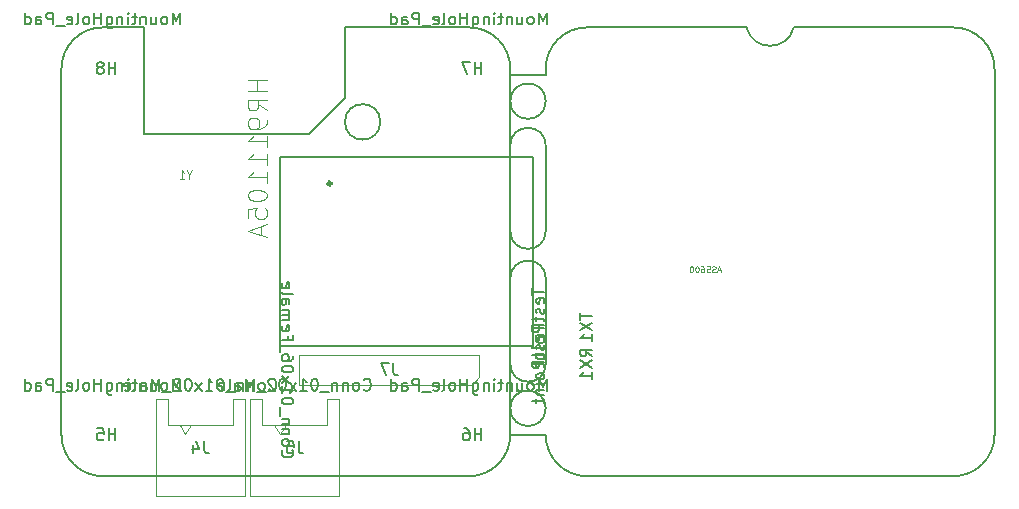
<source format=gbr>
%TF.GenerationSoftware,KiCad,Pcbnew,(5.1.8-0-10_14)*%
%TF.CreationDate,2021-02-08T17:53:51+01:00*%
%TF.ProjectId,ethersweep,65746865-7273-4776-9565-702e6b696361,rev?*%
%TF.SameCoordinates,Original*%
%TF.FileFunction,Other,Fab,Bot*%
%FSLAX46Y46*%
G04 Gerber Fmt 4.6, Leading zero omitted, Abs format (unit mm)*
G04 Created by KiCad (PCBNEW (5.1.8-0-10_14)) date 2021-02-08 17:53:51*
%MOMM*%
%LPD*%
G01*
G04 APERTURE LIST*
%TA.AperFunction,Profile*%
%ADD10C,0.150000*%
%TD*%
%ADD11C,0.150000*%
%ADD12C,0.100000*%
%ADD13C,0.300000*%
%ADD14C,0.127000*%
%ADD15C,0.015000*%
%ADD16C,0.105000*%
G04 APERTURE END LIST*
D10*
X163500000Y-98250000D02*
G75*
G02*
X160500000Y-98250000I-1500000J0D01*
G01*
X160500000Y-91000000D02*
G75*
G02*
X163500000Y-91000000I1500000J0D01*
G01*
X163500000Y-98250000D02*
X163500000Y-91000000D01*
X160500000Y-91000000D02*
X160500000Y-98250000D01*
X160500000Y-102250000D02*
G75*
G02*
X163500000Y-102250000I1500000J0D01*
G01*
X160500000Y-102250000D02*
X160500000Y-109500000D01*
X163500000Y-109500000D02*
X163500000Y-102250000D01*
X163500000Y-109500000D02*
G75*
G02*
X160500000Y-109500000I-1500000J0D01*
G01*
X163500000Y-87250000D02*
G75*
G03*
X163500000Y-87250000I-1500000J0D01*
G01*
X163500000Y-113250000D02*
G75*
G03*
X163500000Y-113250000I-1500000J0D01*
G01*
X160500000Y-84500000D02*
X160500000Y-85000000D01*
X163500000Y-84500000D02*
X163500000Y-85000000D01*
X160500000Y-115500000D02*
X163500000Y-115500000D01*
X163500000Y-85000000D02*
X160500000Y-85000000D01*
D11*
X160500000Y-115500000D02*
X160500000Y-84500000D01*
D10*
X149500000Y-89000000D02*
G75*
G03*
X149500000Y-89000000I-1500000J0D01*
G01*
X129500000Y-90000000D02*
X129500000Y-81000000D01*
X126000000Y-81000000D02*
X129500000Y-81000000D01*
X126000000Y-81000000D02*
G75*
G03*
X122500000Y-84500000I0J-3500000D01*
G01*
X146500000Y-81000000D02*
X157000000Y-81000000D01*
X143500000Y-90000000D02*
X129500000Y-90000000D01*
X146500000Y-87000000D02*
X143500000Y-90000000D01*
X146500000Y-81000000D02*
X146500000Y-87000000D01*
X180500000Y-81000000D02*
X167000000Y-81000000D01*
X184500000Y-81000000D02*
X198000000Y-81000000D01*
X184500000Y-81000000D02*
G75*
G02*
X180500000Y-81000000I-2000000J500000D01*
G01*
X163500000Y-84500000D02*
G75*
G02*
X167000000Y-81000000I3500000J0D01*
G01*
X201500000Y-115500000D02*
G75*
G02*
X198000000Y-119000000I-3500000J0D01*
G01*
X167000000Y-119000000D02*
G75*
G02*
X163500000Y-115500000I0J3500000D01*
G01*
X167000000Y-119000000D02*
X198000000Y-119000000D01*
X198000000Y-81000000D02*
G75*
G02*
X201500000Y-84500000I0J-3500000D01*
G01*
X201500000Y-115500000D02*
X201500000Y-84500000D01*
X122500000Y-115500000D02*
X122500000Y-84500000D01*
X160500000Y-84500000D02*
G75*
G03*
X157000000Y-81000000I-3500000J0D01*
G01*
X157000000Y-119000000D02*
G75*
G03*
X160500000Y-115500000I0J3500000D01*
G01*
X122500000Y-115500000D02*
G75*
G03*
X126000000Y-119000000I3500000J0D01*
G01*
X157000000Y-119000000D02*
X126000000Y-119000000D01*
D12*
X131500000Y-114700000D02*
X131500000Y-112500000D01*
X131500000Y-112500000D02*
X130500000Y-112500000D01*
X130500000Y-112500000D02*
X130500000Y-120700000D01*
X130500000Y-120700000D02*
X138000000Y-120700000D01*
X138000000Y-120700000D02*
X138000000Y-112500000D01*
X138000000Y-112500000D02*
X137000000Y-112500000D01*
X137000000Y-112500000D02*
X137000000Y-114700000D01*
X137000000Y-114700000D02*
X131500000Y-114700000D01*
X132500000Y-114700000D02*
X133000000Y-115407107D01*
X133000000Y-115407107D02*
X133500000Y-114700000D01*
X141000000Y-115407107D02*
X141500000Y-114700000D01*
X140500000Y-114700000D02*
X141000000Y-115407107D01*
X145000000Y-114700000D02*
X139500000Y-114700000D01*
X145000000Y-112500000D02*
X145000000Y-114700000D01*
X146000000Y-112500000D02*
X145000000Y-112500000D01*
X146000000Y-120700000D02*
X146000000Y-112500000D01*
X138500000Y-120700000D02*
X146000000Y-120700000D01*
X138500000Y-112500000D02*
X138500000Y-120700000D01*
X139500000Y-112500000D02*
X138500000Y-112500000D01*
X139500000Y-114700000D02*
X139500000Y-112500000D01*
D13*
X145350000Y-94200000D02*
G75*
G03*
X145350000Y-94200000I-150000J0D01*
G01*
D14*
X162420000Y-108000000D02*
X141020000Y-108000000D01*
X141020000Y-108000000D02*
X141020000Y-92000000D01*
X141020000Y-92000000D02*
X162420000Y-92000000D01*
X162420000Y-92000000D02*
X162420000Y-108000000D01*
D12*
X157890000Y-110635000D02*
X157890000Y-108730000D01*
X157890000Y-108730000D02*
X142650000Y-108730000D01*
X142650000Y-108730000D02*
X142650000Y-111270000D01*
X142650000Y-111270000D02*
X157255000Y-111270000D01*
X157255000Y-111270000D02*
X157890000Y-110635000D01*
D11*
X140083333Y-111657142D02*
X140130952Y-111704761D01*
X140273809Y-111752380D01*
X140369047Y-111752380D01*
X140511904Y-111704761D01*
X140607142Y-111609523D01*
X140654761Y-111514285D01*
X140702380Y-111323809D01*
X140702380Y-111180952D01*
X140654761Y-110990476D01*
X140607142Y-110895238D01*
X140511904Y-110800000D01*
X140369047Y-110752380D01*
X140273809Y-110752380D01*
X140130952Y-110800000D01*
X140083333Y-110847619D01*
X139511904Y-111752380D02*
X139607142Y-111704761D01*
X139654761Y-111657142D01*
X139702380Y-111561904D01*
X139702380Y-111276190D01*
X139654761Y-111180952D01*
X139607142Y-111133333D01*
X139511904Y-111085714D01*
X139369047Y-111085714D01*
X139273809Y-111133333D01*
X139226190Y-111180952D01*
X139178571Y-111276190D01*
X139178571Y-111561904D01*
X139226190Y-111657142D01*
X139273809Y-111704761D01*
X139369047Y-111752380D01*
X139511904Y-111752380D01*
X138750000Y-111085714D02*
X138750000Y-111752380D01*
X138750000Y-111180952D02*
X138702380Y-111133333D01*
X138607142Y-111085714D01*
X138464285Y-111085714D01*
X138369047Y-111133333D01*
X138321428Y-111228571D01*
X138321428Y-111752380D01*
X137845238Y-111085714D02*
X137845238Y-111752380D01*
X137845238Y-111180952D02*
X137797619Y-111133333D01*
X137702380Y-111085714D01*
X137559523Y-111085714D01*
X137464285Y-111133333D01*
X137416666Y-111228571D01*
X137416666Y-111752380D01*
X137178571Y-111847619D02*
X136416666Y-111847619D01*
X135988095Y-110752380D02*
X135892857Y-110752380D01*
X135797619Y-110800000D01*
X135750000Y-110847619D01*
X135702380Y-110942857D01*
X135654761Y-111133333D01*
X135654761Y-111371428D01*
X135702380Y-111561904D01*
X135750000Y-111657142D01*
X135797619Y-111704761D01*
X135892857Y-111752380D01*
X135988095Y-111752380D01*
X136083333Y-111704761D01*
X136130952Y-111657142D01*
X136178571Y-111561904D01*
X136226190Y-111371428D01*
X136226190Y-111133333D01*
X136178571Y-110942857D01*
X136130952Y-110847619D01*
X136083333Y-110800000D01*
X135988095Y-110752380D01*
X134702380Y-111752380D02*
X135273809Y-111752380D01*
X134988095Y-111752380D02*
X134988095Y-110752380D01*
X135083333Y-110895238D01*
X135178571Y-110990476D01*
X135273809Y-111038095D01*
X134369047Y-111752380D02*
X133845238Y-111085714D01*
X134369047Y-111085714D02*
X133845238Y-111752380D01*
X133273809Y-110752380D02*
X133178571Y-110752380D01*
X133083333Y-110800000D01*
X133035714Y-110847619D01*
X132988095Y-110942857D01*
X132940476Y-111133333D01*
X132940476Y-111371428D01*
X132988095Y-111561904D01*
X133035714Y-111657142D01*
X133083333Y-111704761D01*
X133178571Y-111752380D01*
X133273809Y-111752380D01*
X133369047Y-111704761D01*
X133416666Y-111657142D01*
X133464285Y-111561904D01*
X133511904Y-111371428D01*
X133511904Y-111133333D01*
X133464285Y-110942857D01*
X133416666Y-110847619D01*
X133369047Y-110800000D01*
X133273809Y-110752380D01*
X132559523Y-110847619D02*
X132511904Y-110800000D01*
X132416666Y-110752380D01*
X132178571Y-110752380D01*
X132083333Y-110800000D01*
X132035714Y-110847619D01*
X131988095Y-110942857D01*
X131988095Y-111038095D01*
X132035714Y-111180952D01*
X132607142Y-111752380D01*
X131988095Y-111752380D01*
X131797619Y-111847619D02*
X131035714Y-111847619D01*
X130797619Y-111752380D02*
X130797619Y-110752380D01*
X130464285Y-111466666D01*
X130130952Y-110752380D01*
X130130952Y-111752380D01*
X129226190Y-111752380D02*
X129226190Y-111228571D01*
X129273809Y-111133333D01*
X129369047Y-111085714D01*
X129559523Y-111085714D01*
X129654761Y-111133333D01*
X129226190Y-111704761D02*
X129321428Y-111752380D01*
X129559523Y-111752380D01*
X129654761Y-111704761D01*
X129702380Y-111609523D01*
X129702380Y-111514285D01*
X129654761Y-111419047D01*
X129559523Y-111371428D01*
X129321428Y-111371428D01*
X129226190Y-111323809D01*
X128607142Y-111752380D02*
X128702380Y-111704761D01*
X128750000Y-111609523D01*
X128750000Y-110752380D01*
X127845238Y-111704761D02*
X127940476Y-111752380D01*
X128130952Y-111752380D01*
X128226190Y-111704761D01*
X128273809Y-111609523D01*
X128273809Y-111228571D01*
X128226190Y-111133333D01*
X128130952Y-111085714D01*
X127940476Y-111085714D01*
X127845238Y-111133333D01*
X127797619Y-111228571D01*
X127797619Y-111323809D01*
X128273809Y-111419047D01*
X134583333Y-116052380D02*
X134583333Y-116766666D01*
X134630952Y-116909523D01*
X134726190Y-117004761D01*
X134869047Y-117052380D01*
X134964285Y-117052380D01*
X133678571Y-116385714D02*
X133678571Y-117052380D01*
X133916666Y-116004761D02*
X134154761Y-116719047D01*
X133535714Y-116719047D01*
X148083333Y-111657142D02*
X148130952Y-111704761D01*
X148273809Y-111752380D01*
X148369047Y-111752380D01*
X148511904Y-111704761D01*
X148607142Y-111609523D01*
X148654761Y-111514285D01*
X148702380Y-111323809D01*
X148702380Y-111180952D01*
X148654761Y-110990476D01*
X148607142Y-110895238D01*
X148511904Y-110800000D01*
X148369047Y-110752380D01*
X148273809Y-110752380D01*
X148130952Y-110800000D01*
X148083333Y-110847619D01*
X147511904Y-111752380D02*
X147607142Y-111704761D01*
X147654761Y-111657142D01*
X147702380Y-111561904D01*
X147702380Y-111276190D01*
X147654761Y-111180952D01*
X147607142Y-111133333D01*
X147511904Y-111085714D01*
X147369047Y-111085714D01*
X147273809Y-111133333D01*
X147226190Y-111180952D01*
X147178571Y-111276190D01*
X147178571Y-111561904D01*
X147226190Y-111657142D01*
X147273809Y-111704761D01*
X147369047Y-111752380D01*
X147511904Y-111752380D01*
X146750000Y-111085714D02*
X146750000Y-111752380D01*
X146750000Y-111180952D02*
X146702380Y-111133333D01*
X146607142Y-111085714D01*
X146464285Y-111085714D01*
X146369047Y-111133333D01*
X146321428Y-111228571D01*
X146321428Y-111752380D01*
X145845238Y-111085714D02*
X145845238Y-111752380D01*
X145845238Y-111180952D02*
X145797619Y-111133333D01*
X145702380Y-111085714D01*
X145559523Y-111085714D01*
X145464285Y-111133333D01*
X145416666Y-111228571D01*
X145416666Y-111752380D01*
X145178571Y-111847619D02*
X144416666Y-111847619D01*
X143988095Y-110752380D02*
X143892857Y-110752380D01*
X143797619Y-110800000D01*
X143750000Y-110847619D01*
X143702380Y-110942857D01*
X143654761Y-111133333D01*
X143654761Y-111371428D01*
X143702380Y-111561904D01*
X143750000Y-111657142D01*
X143797619Y-111704761D01*
X143892857Y-111752380D01*
X143988095Y-111752380D01*
X144083333Y-111704761D01*
X144130952Y-111657142D01*
X144178571Y-111561904D01*
X144226190Y-111371428D01*
X144226190Y-111133333D01*
X144178571Y-110942857D01*
X144130952Y-110847619D01*
X144083333Y-110800000D01*
X143988095Y-110752380D01*
X142702380Y-111752380D02*
X143273809Y-111752380D01*
X142988095Y-111752380D02*
X142988095Y-110752380D01*
X143083333Y-110895238D01*
X143178571Y-110990476D01*
X143273809Y-111038095D01*
X142369047Y-111752380D02*
X141845238Y-111085714D01*
X142369047Y-111085714D02*
X141845238Y-111752380D01*
X141273809Y-110752380D02*
X141178571Y-110752380D01*
X141083333Y-110800000D01*
X141035714Y-110847619D01*
X140988095Y-110942857D01*
X140940476Y-111133333D01*
X140940476Y-111371428D01*
X140988095Y-111561904D01*
X141035714Y-111657142D01*
X141083333Y-111704761D01*
X141178571Y-111752380D01*
X141273809Y-111752380D01*
X141369047Y-111704761D01*
X141416666Y-111657142D01*
X141464285Y-111561904D01*
X141511904Y-111371428D01*
X141511904Y-111133333D01*
X141464285Y-110942857D01*
X141416666Y-110847619D01*
X141369047Y-110800000D01*
X141273809Y-110752380D01*
X140559523Y-110847619D02*
X140511904Y-110800000D01*
X140416666Y-110752380D01*
X140178571Y-110752380D01*
X140083333Y-110800000D01*
X140035714Y-110847619D01*
X139988095Y-110942857D01*
X139988095Y-111038095D01*
X140035714Y-111180952D01*
X140607142Y-111752380D01*
X139988095Y-111752380D01*
X139797619Y-111847619D02*
X139035714Y-111847619D01*
X138797619Y-111752380D02*
X138797619Y-110752380D01*
X138464285Y-111466666D01*
X138130952Y-110752380D01*
X138130952Y-111752380D01*
X137226190Y-111752380D02*
X137226190Y-111228571D01*
X137273809Y-111133333D01*
X137369047Y-111085714D01*
X137559523Y-111085714D01*
X137654761Y-111133333D01*
X137226190Y-111704761D02*
X137321428Y-111752380D01*
X137559523Y-111752380D01*
X137654761Y-111704761D01*
X137702380Y-111609523D01*
X137702380Y-111514285D01*
X137654761Y-111419047D01*
X137559523Y-111371428D01*
X137321428Y-111371428D01*
X137226190Y-111323809D01*
X136607142Y-111752380D02*
X136702380Y-111704761D01*
X136750000Y-111609523D01*
X136750000Y-110752380D01*
X135845238Y-111704761D02*
X135940476Y-111752380D01*
X136130952Y-111752380D01*
X136226190Y-111704761D01*
X136273809Y-111609523D01*
X136273809Y-111228571D01*
X136226190Y-111133333D01*
X136130952Y-111085714D01*
X135940476Y-111085714D01*
X135845238Y-111133333D01*
X135797619Y-111228571D01*
X135797619Y-111323809D01*
X136273809Y-111419047D01*
X142583333Y-116052380D02*
X142583333Y-116766666D01*
X142630952Y-116909523D01*
X142726190Y-117004761D01*
X142869047Y-117052380D01*
X142964285Y-117052380D01*
X141630952Y-116052380D02*
X142107142Y-116052380D01*
X142154761Y-116528571D01*
X142107142Y-116480952D01*
X142011904Y-116433333D01*
X141773809Y-116433333D01*
X141678571Y-116480952D01*
X141630952Y-116528571D01*
X141583333Y-116623809D01*
X141583333Y-116861904D01*
X141630952Y-116957142D01*
X141678571Y-117004761D01*
X141773809Y-117052380D01*
X142011904Y-117052380D01*
X142107142Y-117004761D01*
X142154761Y-116957142D01*
D15*
X139871714Y-85437450D02*
X138266651Y-85437450D01*
X139030967Y-85437450D02*
X139030967Y-86354629D01*
X139871714Y-86354629D02*
X138266651Y-86354629D01*
X139871714Y-88036124D02*
X139107399Y-87501103D01*
X139871714Y-87118945D02*
X138266651Y-87118945D01*
X138266651Y-87730397D01*
X138343083Y-87883260D01*
X138419515Y-87959692D01*
X138572378Y-88036124D01*
X138801672Y-88036124D01*
X138954536Y-87959692D01*
X139030967Y-87883260D01*
X139107399Y-87730397D01*
X139107399Y-87118945D01*
X139871714Y-88800439D02*
X139871714Y-89106166D01*
X139795283Y-89259029D01*
X139718851Y-89335460D01*
X139489557Y-89488323D01*
X139183830Y-89564755D01*
X138572378Y-89564755D01*
X138419515Y-89488323D01*
X138343083Y-89411892D01*
X138266651Y-89259029D01*
X138266651Y-88953302D01*
X138343083Y-88800439D01*
X138419515Y-88724008D01*
X138572378Y-88647576D01*
X138954536Y-88647576D01*
X139107399Y-88724008D01*
X139183830Y-88800439D01*
X139260262Y-88953302D01*
X139260262Y-89259029D01*
X139183830Y-89411892D01*
X139107399Y-89488323D01*
X138954536Y-89564755D01*
X139871714Y-91093386D02*
X139871714Y-90176208D01*
X139871714Y-90634797D02*
X138266651Y-90634797D01*
X138495946Y-90481934D01*
X138648809Y-90329071D01*
X138725241Y-90176208D01*
X139871714Y-92622018D02*
X139871714Y-91704839D01*
X139871714Y-92163428D02*
X138266651Y-92163428D01*
X138495946Y-92010565D01*
X138648809Y-91857702D01*
X138725241Y-91704839D01*
X139871714Y-94150649D02*
X139871714Y-93233470D01*
X139871714Y-93692060D02*
X138266651Y-93692060D01*
X138495946Y-93539197D01*
X138648809Y-93386334D01*
X138725241Y-93233470D01*
X138266651Y-95144260D02*
X138266651Y-95297123D01*
X138343083Y-95449986D01*
X138419515Y-95526418D01*
X138572378Y-95602849D01*
X138878104Y-95679281D01*
X139260262Y-95679281D01*
X139565988Y-95602849D01*
X139718851Y-95526418D01*
X139795283Y-95449986D01*
X139871714Y-95297123D01*
X139871714Y-95144260D01*
X139795283Y-94991397D01*
X139718851Y-94914965D01*
X139565988Y-94838533D01*
X139260262Y-94762102D01*
X138878104Y-94762102D01*
X138572378Y-94838533D01*
X138419515Y-94914965D01*
X138343083Y-94991397D01*
X138266651Y-95144260D01*
X138266651Y-97131481D02*
X138266651Y-96367165D01*
X139030967Y-96290733D01*
X138954536Y-96367165D01*
X138878104Y-96520028D01*
X138878104Y-96902186D01*
X138954536Y-97055049D01*
X139030967Y-97131481D01*
X139183830Y-97207912D01*
X139565988Y-97207912D01*
X139718851Y-97131481D01*
X139795283Y-97055049D01*
X139871714Y-96902186D01*
X139871714Y-96520028D01*
X139795283Y-96367165D01*
X139718851Y-96290733D01*
X139413125Y-97819365D02*
X139413125Y-98583680D01*
X139871714Y-97666502D02*
X138266651Y-98201523D01*
X139871714Y-98736544D01*
X178309523Y-101583333D02*
X178071428Y-101583333D01*
X178357142Y-101726190D02*
X178190476Y-101226190D01*
X178023809Y-101726190D01*
X177880952Y-101702380D02*
X177809523Y-101726190D01*
X177690476Y-101726190D01*
X177642857Y-101702380D01*
X177619047Y-101678571D01*
X177595238Y-101630952D01*
X177595238Y-101583333D01*
X177619047Y-101535714D01*
X177642857Y-101511904D01*
X177690476Y-101488095D01*
X177785714Y-101464285D01*
X177833333Y-101440476D01*
X177857142Y-101416666D01*
X177880952Y-101369047D01*
X177880952Y-101321428D01*
X177857142Y-101273809D01*
X177833333Y-101250000D01*
X177785714Y-101226190D01*
X177666666Y-101226190D01*
X177595238Y-101250000D01*
X177142857Y-101226190D02*
X177380952Y-101226190D01*
X177404761Y-101464285D01*
X177380952Y-101440476D01*
X177333333Y-101416666D01*
X177214285Y-101416666D01*
X177166666Y-101440476D01*
X177142857Y-101464285D01*
X177119047Y-101511904D01*
X177119047Y-101630952D01*
X177142857Y-101678571D01*
X177166666Y-101702380D01*
X177214285Y-101726190D01*
X177333333Y-101726190D01*
X177380952Y-101702380D01*
X177404761Y-101678571D01*
X176690476Y-101226190D02*
X176785714Y-101226190D01*
X176833333Y-101250000D01*
X176857142Y-101273809D01*
X176904761Y-101345238D01*
X176928571Y-101440476D01*
X176928571Y-101630952D01*
X176904761Y-101678571D01*
X176880952Y-101702380D01*
X176833333Y-101726190D01*
X176738095Y-101726190D01*
X176690476Y-101702380D01*
X176666666Y-101678571D01*
X176642857Y-101630952D01*
X176642857Y-101511904D01*
X176666666Y-101464285D01*
X176690476Y-101440476D01*
X176738095Y-101416666D01*
X176833333Y-101416666D01*
X176880952Y-101440476D01*
X176904761Y-101464285D01*
X176928571Y-101511904D01*
X176333333Y-101226190D02*
X176285714Y-101226190D01*
X176238095Y-101250000D01*
X176214285Y-101273809D01*
X176190476Y-101321428D01*
X176166666Y-101416666D01*
X176166666Y-101535714D01*
X176190476Y-101630952D01*
X176214285Y-101678571D01*
X176238095Y-101702380D01*
X176285714Y-101726190D01*
X176333333Y-101726190D01*
X176380952Y-101702380D01*
X176404761Y-101678571D01*
X176428571Y-101630952D01*
X176452380Y-101535714D01*
X176452380Y-101416666D01*
X176428571Y-101321428D01*
X176404761Y-101273809D01*
X176380952Y-101250000D01*
X176333333Y-101226190D01*
X175857142Y-101226190D02*
X175809523Y-101226190D01*
X175761904Y-101250000D01*
X175738095Y-101273809D01*
X175714285Y-101321428D01*
X175690476Y-101416666D01*
X175690476Y-101535714D01*
X175714285Y-101630952D01*
X175738095Y-101678571D01*
X175761904Y-101702380D01*
X175809523Y-101726190D01*
X175857142Y-101726190D01*
X175904761Y-101702380D01*
X175928571Y-101678571D01*
X175952380Y-101630952D01*
X175976190Y-101535714D01*
X175976190Y-101416666D01*
X175952380Y-101321428D01*
X175928571Y-101273809D01*
X175904761Y-101250000D01*
X175857142Y-101226190D01*
D16*
X133333333Y-93483333D02*
X133333333Y-93816666D01*
X133566666Y-93116666D02*
X133333333Y-93483333D01*
X133100000Y-93116666D01*
X132500000Y-93816666D02*
X132900000Y-93816666D01*
X132700000Y-93816666D02*
X132700000Y-93116666D01*
X132766666Y-93216666D01*
X132833333Y-93283333D01*
X132900000Y-93316666D01*
D11*
X132571428Y-111752380D02*
X132571428Y-110752380D01*
X132238095Y-111466666D01*
X131904761Y-110752380D01*
X131904761Y-111752380D01*
X131285714Y-111752380D02*
X131380952Y-111704761D01*
X131428571Y-111657142D01*
X131476190Y-111561904D01*
X131476190Y-111276190D01*
X131428571Y-111180952D01*
X131380952Y-111133333D01*
X131285714Y-111085714D01*
X131142857Y-111085714D01*
X131047619Y-111133333D01*
X131000000Y-111180952D01*
X130952380Y-111276190D01*
X130952380Y-111561904D01*
X131000000Y-111657142D01*
X131047619Y-111704761D01*
X131142857Y-111752380D01*
X131285714Y-111752380D01*
X130095238Y-111085714D02*
X130095238Y-111752380D01*
X130523809Y-111085714D02*
X130523809Y-111609523D01*
X130476190Y-111704761D01*
X130380952Y-111752380D01*
X130238095Y-111752380D01*
X130142857Y-111704761D01*
X130095238Y-111657142D01*
X129619047Y-111085714D02*
X129619047Y-111752380D01*
X129619047Y-111180952D02*
X129571428Y-111133333D01*
X129476190Y-111085714D01*
X129333333Y-111085714D01*
X129238095Y-111133333D01*
X129190476Y-111228571D01*
X129190476Y-111752380D01*
X128857142Y-111085714D02*
X128476190Y-111085714D01*
X128714285Y-110752380D02*
X128714285Y-111609523D01*
X128666666Y-111704761D01*
X128571428Y-111752380D01*
X128476190Y-111752380D01*
X128142857Y-111752380D02*
X128142857Y-111085714D01*
X128142857Y-110752380D02*
X128190476Y-110800000D01*
X128142857Y-110847619D01*
X128095238Y-110800000D01*
X128142857Y-110752380D01*
X128142857Y-110847619D01*
X127666666Y-111085714D02*
X127666666Y-111752380D01*
X127666666Y-111180952D02*
X127619047Y-111133333D01*
X127523809Y-111085714D01*
X127380952Y-111085714D01*
X127285714Y-111133333D01*
X127238095Y-111228571D01*
X127238095Y-111752380D01*
X126333333Y-111085714D02*
X126333333Y-111895238D01*
X126380952Y-111990476D01*
X126428571Y-112038095D01*
X126523809Y-112085714D01*
X126666666Y-112085714D01*
X126761904Y-112038095D01*
X126333333Y-111704761D02*
X126428571Y-111752380D01*
X126619047Y-111752380D01*
X126714285Y-111704761D01*
X126761904Y-111657142D01*
X126809523Y-111561904D01*
X126809523Y-111276190D01*
X126761904Y-111180952D01*
X126714285Y-111133333D01*
X126619047Y-111085714D01*
X126428571Y-111085714D01*
X126333333Y-111133333D01*
X125857142Y-111752380D02*
X125857142Y-110752380D01*
X125857142Y-111228571D02*
X125285714Y-111228571D01*
X125285714Y-111752380D02*
X125285714Y-110752380D01*
X124666666Y-111752380D02*
X124761904Y-111704761D01*
X124809523Y-111657142D01*
X124857142Y-111561904D01*
X124857142Y-111276190D01*
X124809523Y-111180952D01*
X124761904Y-111133333D01*
X124666666Y-111085714D01*
X124523809Y-111085714D01*
X124428571Y-111133333D01*
X124380952Y-111180952D01*
X124333333Y-111276190D01*
X124333333Y-111561904D01*
X124380952Y-111657142D01*
X124428571Y-111704761D01*
X124523809Y-111752380D01*
X124666666Y-111752380D01*
X123761904Y-111752380D02*
X123857142Y-111704761D01*
X123904761Y-111609523D01*
X123904761Y-110752380D01*
X123000000Y-111704761D02*
X123095238Y-111752380D01*
X123285714Y-111752380D01*
X123380952Y-111704761D01*
X123428571Y-111609523D01*
X123428571Y-111228571D01*
X123380952Y-111133333D01*
X123285714Y-111085714D01*
X123095238Y-111085714D01*
X123000000Y-111133333D01*
X122952380Y-111228571D01*
X122952380Y-111323809D01*
X123428571Y-111419047D01*
X122761904Y-111847619D02*
X122000000Y-111847619D01*
X121761904Y-111752380D02*
X121761904Y-110752380D01*
X121380952Y-110752380D01*
X121285714Y-110800000D01*
X121238095Y-110847619D01*
X121190476Y-110942857D01*
X121190476Y-111085714D01*
X121238095Y-111180952D01*
X121285714Y-111228571D01*
X121380952Y-111276190D01*
X121761904Y-111276190D01*
X120333333Y-111752380D02*
X120333333Y-111228571D01*
X120380952Y-111133333D01*
X120476190Y-111085714D01*
X120666666Y-111085714D01*
X120761904Y-111133333D01*
X120333333Y-111704761D02*
X120428571Y-111752380D01*
X120666666Y-111752380D01*
X120761904Y-111704761D01*
X120809523Y-111609523D01*
X120809523Y-111514285D01*
X120761904Y-111419047D01*
X120666666Y-111371428D01*
X120428571Y-111371428D01*
X120333333Y-111323809D01*
X119428571Y-111752380D02*
X119428571Y-110752380D01*
X119428571Y-111704761D02*
X119523809Y-111752380D01*
X119714285Y-111752380D01*
X119809523Y-111704761D01*
X119857142Y-111657142D01*
X119904761Y-111561904D01*
X119904761Y-111276190D01*
X119857142Y-111180952D01*
X119809523Y-111133333D01*
X119714285Y-111085714D01*
X119523809Y-111085714D01*
X119428571Y-111133333D01*
X127061904Y-115952380D02*
X127061904Y-114952380D01*
X127061904Y-115428571D02*
X126490476Y-115428571D01*
X126490476Y-115952380D02*
X126490476Y-114952380D01*
X125538095Y-114952380D02*
X126014285Y-114952380D01*
X126061904Y-115428571D01*
X126014285Y-115380952D01*
X125919047Y-115333333D01*
X125680952Y-115333333D01*
X125585714Y-115380952D01*
X125538095Y-115428571D01*
X125490476Y-115523809D01*
X125490476Y-115761904D01*
X125538095Y-115857142D01*
X125585714Y-115904761D01*
X125680952Y-115952380D01*
X125919047Y-115952380D01*
X126014285Y-115904761D01*
X126061904Y-115857142D01*
X163571428Y-111752380D02*
X163571428Y-110752380D01*
X163238095Y-111466666D01*
X162904761Y-110752380D01*
X162904761Y-111752380D01*
X162285714Y-111752380D02*
X162380952Y-111704761D01*
X162428571Y-111657142D01*
X162476190Y-111561904D01*
X162476190Y-111276190D01*
X162428571Y-111180952D01*
X162380952Y-111133333D01*
X162285714Y-111085714D01*
X162142857Y-111085714D01*
X162047619Y-111133333D01*
X162000000Y-111180952D01*
X161952380Y-111276190D01*
X161952380Y-111561904D01*
X162000000Y-111657142D01*
X162047619Y-111704761D01*
X162142857Y-111752380D01*
X162285714Y-111752380D01*
X161095238Y-111085714D02*
X161095238Y-111752380D01*
X161523809Y-111085714D02*
X161523809Y-111609523D01*
X161476190Y-111704761D01*
X161380952Y-111752380D01*
X161238095Y-111752380D01*
X161142857Y-111704761D01*
X161095238Y-111657142D01*
X160619047Y-111085714D02*
X160619047Y-111752380D01*
X160619047Y-111180952D02*
X160571428Y-111133333D01*
X160476190Y-111085714D01*
X160333333Y-111085714D01*
X160238095Y-111133333D01*
X160190476Y-111228571D01*
X160190476Y-111752380D01*
X159857142Y-111085714D02*
X159476190Y-111085714D01*
X159714285Y-110752380D02*
X159714285Y-111609523D01*
X159666666Y-111704761D01*
X159571428Y-111752380D01*
X159476190Y-111752380D01*
X159142857Y-111752380D02*
X159142857Y-111085714D01*
X159142857Y-110752380D02*
X159190476Y-110800000D01*
X159142857Y-110847619D01*
X159095238Y-110800000D01*
X159142857Y-110752380D01*
X159142857Y-110847619D01*
X158666666Y-111085714D02*
X158666666Y-111752380D01*
X158666666Y-111180952D02*
X158619047Y-111133333D01*
X158523809Y-111085714D01*
X158380952Y-111085714D01*
X158285714Y-111133333D01*
X158238095Y-111228571D01*
X158238095Y-111752380D01*
X157333333Y-111085714D02*
X157333333Y-111895238D01*
X157380952Y-111990476D01*
X157428571Y-112038095D01*
X157523809Y-112085714D01*
X157666666Y-112085714D01*
X157761904Y-112038095D01*
X157333333Y-111704761D02*
X157428571Y-111752380D01*
X157619047Y-111752380D01*
X157714285Y-111704761D01*
X157761904Y-111657142D01*
X157809523Y-111561904D01*
X157809523Y-111276190D01*
X157761904Y-111180952D01*
X157714285Y-111133333D01*
X157619047Y-111085714D01*
X157428571Y-111085714D01*
X157333333Y-111133333D01*
X156857142Y-111752380D02*
X156857142Y-110752380D01*
X156857142Y-111228571D02*
X156285714Y-111228571D01*
X156285714Y-111752380D02*
X156285714Y-110752380D01*
X155666666Y-111752380D02*
X155761904Y-111704761D01*
X155809523Y-111657142D01*
X155857142Y-111561904D01*
X155857142Y-111276190D01*
X155809523Y-111180952D01*
X155761904Y-111133333D01*
X155666666Y-111085714D01*
X155523809Y-111085714D01*
X155428571Y-111133333D01*
X155380952Y-111180952D01*
X155333333Y-111276190D01*
X155333333Y-111561904D01*
X155380952Y-111657142D01*
X155428571Y-111704761D01*
X155523809Y-111752380D01*
X155666666Y-111752380D01*
X154761904Y-111752380D02*
X154857142Y-111704761D01*
X154904761Y-111609523D01*
X154904761Y-110752380D01*
X154000000Y-111704761D02*
X154095238Y-111752380D01*
X154285714Y-111752380D01*
X154380952Y-111704761D01*
X154428571Y-111609523D01*
X154428571Y-111228571D01*
X154380952Y-111133333D01*
X154285714Y-111085714D01*
X154095238Y-111085714D01*
X154000000Y-111133333D01*
X153952380Y-111228571D01*
X153952380Y-111323809D01*
X154428571Y-111419047D01*
X153761904Y-111847619D02*
X153000000Y-111847619D01*
X152761904Y-111752380D02*
X152761904Y-110752380D01*
X152380952Y-110752380D01*
X152285714Y-110800000D01*
X152238095Y-110847619D01*
X152190476Y-110942857D01*
X152190476Y-111085714D01*
X152238095Y-111180952D01*
X152285714Y-111228571D01*
X152380952Y-111276190D01*
X152761904Y-111276190D01*
X151333333Y-111752380D02*
X151333333Y-111228571D01*
X151380952Y-111133333D01*
X151476190Y-111085714D01*
X151666666Y-111085714D01*
X151761904Y-111133333D01*
X151333333Y-111704761D02*
X151428571Y-111752380D01*
X151666666Y-111752380D01*
X151761904Y-111704761D01*
X151809523Y-111609523D01*
X151809523Y-111514285D01*
X151761904Y-111419047D01*
X151666666Y-111371428D01*
X151428571Y-111371428D01*
X151333333Y-111323809D01*
X150428571Y-111752380D02*
X150428571Y-110752380D01*
X150428571Y-111704761D02*
X150523809Y-111752380D01*
X150714285Y-111752380D01*
X150809523Y-111704761D01*
X150857142Y-111657142D01*
X150904761Y-111561904D01*
X150904761Y-111276190D01*
X150857142Y-111180952D01*
X150809523Y-111133333D01*
X150714285Y-111085714D01*
X150523809Y-111085714D01*
X150428571Y-111133333D01*
X158061904Y-115952380D02*
X158061904Y-114952380D01*
X158061904Y-115428571D02*
X157490476Y-115428571D01*
X157490476Y-115952380D02*
X157490476Y-114952380D01*
X156585714Y-114952380D02*
X156776190Y-114952380D01*
X156871428Y-115000000D01*
X156919047Y-115047619D01*
X157014285Y-115190476D01*
X157061904Y-115380952D01*
X157061904Y-115761904D01*
X157014285Y-115857142D01*
X156966666Y-115904761D01*
X156871428Y-115952380D01*
X156680952Y-115952380D01*
X156585714Y-115904761D01*
X156538095Y-115857142D01*
X156490476Y-115761904D01*
X156490476Y-115523809D01*
X156538095Y-115428571D01*
X156585714Y-115380952D01*
X156680952Y-115333333D01*
X156871428Y-115333333D01*
X156966666Y-115380952D01*
X157014285Y-115428571D01*
X157061904Y-115523809D01*
X163571428Y-80752380D02*
X163571428Y-79752380D01*
X163238095Y-80466666D01*
X162904761Y-79752380D01*
X162904761Y-80752380D01*
X162285714Y-80752380D02*
X162380952Y-80704761D01*
X162428571Y-80657142D01*
X162476190Y-80561904D01*
X162476190Y-80276190D01*
X162428571Y-80180952D01*
X162380952Y-80133333D01*
X162285714Y-80085714D01*
X162142857Y-80085714D01*
X162047619Y-80133333D01*
X162000000Y-80180952D01*
X161952380Y-80276190D01*
X161952380Y-80561904D01*
X162000000Y-80657142D01*
X162047619Y-80704761D01*
X162142857Y-80752380D01*
X162285714Y-80752380D01*
X161095238Y-80085714D02*
X161095238Y-80752380D01*
X161523809Y-80085714D02*
X161523809Y-80609523D01*
X161476190Y-80704761D01*
X161380952Y-80752380D01*
X161238095Y-80752380D01*
X161142857Y-80704761D01*
X161095238Y-80657142D01*
X160619047Y-80085714D02*
X160619047Y-80752380D01*
X160619047Y-80180952D02*
X160571428Y-80133333D01*
X160476190Y-80085714D01*
X160333333Y-80085714D01*
X160238095Y-80133333D01*
X160190476Y-80228571D01*
X160190476Y-80752380D01*
X159857142Y-80085714D02*
X159476190Y-80085714D01*
X159714285Y-79752380D02*
X159714285Y-80609523D01*
X159666666Y-80704761D01*
X159571428Y-80752380D01*
X159476190Y-80752380D01*
X159142857Y-80752380D02*
X159142857Y-80085714D01*
X159142857Y-79752380D02*
X159190476Y-79800000D01*
X159142857Y-79847619D01*
X159095238Y-79800000D01*
X159142857Y-79752380D01*
X159142857Y-79847619D01*
X158666666Y-80085714D02*
X158666666Y-80752380D01*
X158666666Y-80180952D02*
X158619047Y-80133333D01*
X158523809Y-80085714D01*
X158380952Y-80085714D01*
X158285714Y-80133333D01*
X158238095Y-80228571D01*
X158238095Y-80752380D01*
X157333333Y-80085714D02*
X157333333Y-80895238D01*
X157380952Y-80990476D01*
X157428571Y-81038095D01*
X157523809Y-81085714D01*
X157666666Y-81085714D01*
X157761904Y-81038095D01*
X157333333Y-80704761D02*
X157428571Y-80752380D01*
X157619047Y-80752380D01*
X157714285Y-80704761D01*
X157761904Y-80657142D01*
X157809523Y-80561904D01*
X157809523Y-80276190D01*
X157761904Y-80180952D01*
X157714285Y-80133333D01*
X157619047Y-80085714D01*
X157428571Y-80085714D01*
X157333333Y-80133333D01*
X156857142Y-80752380D02*
X156857142Y-79752380D01*
X156857142Y-80228571D02*
X156285714Y-80228571D01*
X156285714Y-80752380D02*
X156285714Y-79752380D01*
X155666666Y-80752380D02*
X155761904Y-80704761D01*
X155809523Y-80657142D01*
X155857142Y-80561904D01*
X155857142Y-80276190D01*
X155809523Y-80180952D01*
X155761904Y-80133333D01*
X155666666Y-80085714D01*
X155523809Y-80085714D01*
X155428571Y-80133333D01*
X155380952Y-80180952D01*
X155333333Y-80276190D01*
X155333333Y-80561904D01*
X155380952Y-80657142D01*
X155428571Y-80704761D01*
X155523809Y-80752380D01*
X155666666Y-80752380D01*
X154761904Y-80752380D02*
X154857142Y-80704761D01*
X154904761Y-80609523D01*
X154904761Y-79752380D01*
X154000000Y-80704761D02*
X154095238Y-80752380D01*
X154285714Y-80752380D01*
X154380952Y-80704761D01*
X154428571Y-80609523D01*
X154428571Y-80228571D01*
X154380952Y-80133333D01*
X154285714Y-80085714D01*
X154095238Y-80085714D01*
X154000000Y-80133333D01*
X153952380Y-80228571D01*
X153952380Y-80323809D01*
X154428571Y-80419047D01*
X153761904Y-80847619D02*
X153000000Y-80847619D01*
X152761904Y-80752380D02*
X152761904Y-79752380D01*
X152380952Y-79752380D01*
X152285714Y-79800000D01*
X152238095Y-79847619D01*
X152190476Y-79942857D01*
X152190476Y-80085714D01*
X152238095Y-80180952D01*
X152285714Y-80228571D01*
X152380952Y-80276190D01*
X152761904Y-80276190D01*
X151333333Y-80752380D02*
X151333333Y-80228571D01*
X151380952Y-80133333D01*
X151476190Y-80085714D01*
X151666666Y-80085714D01*
X151761904Y-80133333D01*
X151333333Y-80704761D02*
X151428571Y-80752380D01*
X151666666Y-80752380D01*
X151761904Y-80704761D01*
X151809523Y-80609523D01*
X151809523Y-80514285D01*
X151761904Y-80419047D01*
X151666666Y-80371428D01*
X151428571Y-80371428D01*
X151333333Y-80323809D01*
X150428571Y-80752380D02*
X150428571Y-79752380D01*
X150428571Y-80704761D02*
X150523809Y-80752380D01*
X150714285Y-80752380D01*
X150809523Y-80704761D01*
X150857142Y-80657142D01*
X150904761Y-80561904D01*
X150904761Y-80276190D01*
X150857142Y-80180952D01*
X150809523Y-80133333D01*
X150714285Y-80085714D01*
X150523809Y-80085714D01*
X150428571Y-80133333D01*
X158061904Y-84952380D02*
X158061904Y-83952380D01*
X158061904Y-84428571D02*
X157490476Y-84428571D01*
X157490476Y-84952380D02*
X157490476Y-83952380D01*
X157109523Y-83952380D02*
X156442857Y-83952380D01*
X156871428Y-84952380D01*
X132571428Y-80752380D02*
X132571428Y-79752380D01*
X132238095Y-80466666D01*
X131904761Y-79752380D01*
X131904761Y-80752380D01*
X131285714Y-80752380D02*
X131380952Y-80704761D01*
X131428571Y-80657142D01*
X131476190Y-80561904D01*
X131476190Y-80276190D01*
X131428571Y-80180952D01*
X131380952Y-80133333D01*
X131285714Y-80085714D01*
X131142857Y-80085714D01*
X131047619Y-80133333D01*
X131000000Y-80180952D01*
X130952380Y-80276190D01*
X130952380Y-80561904D01*
X131000000Y-80657142D01*
X131047619Y-80704761D01*
X131142857Y-80752380D01*
X131285714Y-80752380D01*
X130095238Y-80085714D02*
X130095238Y-80752380D01*
X130523809Y-80085714D02*
X130523809Y-80609523D01*
X130476190Y-80704761D01*
X130380952Y-80752380D01*
X130238095Y-80752380D01*
X130142857Y-80704761D01*
X130095238Y-80657142D01*
X129619047Y-80085714D02*
X129619047Y-80752380D01*
X129619047Y-80180952D02*
X129571428Y-80133333D01*
X129476190Y-80085714D01*
X129333333Y-80085714D01*
X129238095Y-80133333D01*
X129190476Y-80228571D01*
X129190476Y-80752380D01*
X128857142Y-80085714D02*
X128476190Y-80085714D01*
X128714285Y-79752380D02*
X128714285Y-80609523D01*
X128666666Y-80704761D01*
X128571428Y-80752380D01*
X128476190Y-80752380D01*
X128142857Y-80752380D02*
X128142857Y-80085714D01*
X128142857Y-79752380D02*
X128190476Y-79800000D01*
X128142857Y-79847619D01*
X128095238Y-79800000D01*
X128142857Y-79752380D01*
X128142857Y-79847619D01*
X127666666Y-80085714D02*
X127666666Y-80752380D01*
X127666666Y-80180952D02*
X127619047Y-80133333D01*
X127523809Y-80085714D01*
X127380952Y-80085714D01*
X127285714Y-80133333D01*
X127238095Y-80228571D01*
X127238095Y-80752380D01*
X126333333Y-80085714D02*
X126333333Y-80895238D01*
X126380952Y-80990476D01*
X126428571Y-81038095D01*
X126523809Y-81085714D01*
X126666666Y-81085714D01*
X126761904Y-81038095D01*
X126333333Y-80704761D02*
X126428571Y-80752380D01*
X126619047Y-80752380D01*
X126714285Y-80704761D01*
X126761904Y-80657142D01*
X126809523Y-80561904D01*
X126809523Y-80276190D01*
X126761904Y-80180952D01*
X126714285Y-80133333D01*
X126619047Y-80085714D01*
X126428571Y-80085714D01*
X126333333Y-80133333D01*
X125857142Y-80752380D02*
X125857142Y-79752380D01*
X125857142Y-80228571D02*
X125285714Y-80228571D01*
X125285714Y-80752380D02*
X125285714Y-79752380D01*
X124666666Y-80752380D02*
X124761904Y-80704761D01*
X124809523Y-80657142D01*
X124857142Y-80561904D01*
X124857142Y-80276190D01*
X124809523Y-80180952D01*
X124761904Y-80133333D01*
X124666666Y-80085714D01*
X124523809Y-80085714D01*
X124428571Y-80133333D01*
X124380952Y-80180952D01*
X124333333Y-80276190D01*
X124333333Y-80561904D01*
X124380952Y-80657142D01*
X124428571Y-80704761D01*
X124523809Y-80752380D01*
X124666666Y-80752380D01*
X123761904Y-80752380D02*
X123857142Y-80704761D01*
X123904761Y-80609523D01*
X123904761Y-79752380D01*
X123000000Y-80704761D02*
X123095238Y-80752380D01*
X123285714Y-80752380D01*
X123380952Y-80704761D01*
X123428571Y-80609523D01*
X123428571Y-80228571D01*
X123380952Y-80133333D01*
X123285714Y-80085714D01*
X123095238Y-80085714D01*
X123000000Y-80133333D01*
X122952380Y-80228571D01*
X122952380Y-80323809D01*
X123428571Y-80419047D01*
X122761904Y-80847619D02*
X122000000Y-80847619D01*
X121761904Y-80752380D02*
X121761904Y-79752380D01*
X121380952Y-79752380D01*
X121285714Y-79800000D01*
X121238095Y-79847619D01*
X121190476Y-79942857D01*
X121190476Y-80085714D01*
X121238095Y-80180952D01*
X121285714Y-80228571D01*
X121380952Y-80276190D01*
X121761904Y-80276190D01*
X120333333Y-80752380D02*
X120333333Y-80228571D01*
X120380952Y-80133333D01*
X120476190Y-80085714D01*
X120666666Y-80085714D01*
X120761904Y-80133333D01*
X120333333Y-80704761D02*
X120428571Y-80752380D01*
X120666666Y-80752380D01*
X120761904Y-80704761D01*
X120809523Y-80609523D01*
X120809523Y-80514285D01*
X120761904Y-80419047D01*
X120666666Y-80371428D01*
X120428571Y-80371428D01*
X120333333Y-80323809D01*
X119428571Y-80752380D02*
X119428571Y-79752380D01*
X119428571Y-80704761D02*
X119523809Y-80752380D01*
X119714285Y-80752380D01*
X119809523Y-80704761D01*
X119857142Y-80657142D01*
X119904761Y-80561904D01*
X119904761Y-80276190D01*
X119857142Y-80180952D01*
X119809523Y-80133333D01*
X119714285Y-80085714D01*
X119523809Y-80085714D01*
X119428571Y-80133333D01*
X127061904Y-84952380D02*
X127061904Y-83952380D01*
X127061904Y-84428571D02*
X126490476Y-84428571D01*
X126490476Y-84952380D02*
X126490476Y-83952380D01*
X125871428Y-84380952D02*
X125966666Y-84333333D01*
X126014285Y-84285714D01*
X126061904Y-84190476D01*
X126061904Y-84142857D01*
X126014285Y-84047619D01*
X125966666Y-84000000D01*
X125871428Y-83952380D01*
X125680952Y-83952380D01*
X125585714Y-84000000D01*
X125538095Y-84047619D01*
X125490476Y-84142857D01*
X125490476Y-84190476D01*
X125538095Y-84285714D01*
X125585714Y-84333333D01*
X125680952Y-84380952D01*
X125871428Y-84380952D01*
X125966666Y-84428571D01*
X126014285Y-84476190D01*
X126061904Y-84571428D01*
X126061904Y-84761904D01*
X126014285Y-84857142D01*
X125966666Y-84904761D01*
X125871428Y-84952380D01*
X125680952Y-84952380D01*
X125585714Y-84904761D01*
X125538095Y-84857142D01*
X125490476Y-84761904D01*
X125490476Y-84571428D01*
X125538095Y-84476190D01*
X125585714Y-84428571D01*
X125680952Y-84380952D01*
X162377379Y-106166666D02*
X162377379Y-106738095D01*
X163377379Y-106452380D02*
X162377379Y-106452380D01*
X163329760Y-107452380D02*
X163377379Y-107357142D01*
X163377379Y-107166666D01*
X163329760Y-107071428D01*
X163234522Y-107023809D01*
X162853570Y-107023809D01*
X162758332Y-107071428D01*
X162710713Y-107166666D01*
X162710713Y-107357142D01*
X162758332Y-107452380D01*
X162853570Y-107500000D01*
X162948808Y-107500000D01*
X163044046Y-107023809D01*
X163329760Y-107880952D02*
X163377379Y-107976190D01*
X163377379Y-108166666D01*
X163329760Y-108261904D01*
X163234522Y-108309523D01*
X163186903Y-108309523D01*
X163091665Y-108261904D01*
X163044046Y-108166666D01*
X163044046Y-108023809D01*
X162996427Y-107928571D01*
X162901189Y-107880952D01*
X162853570Y-107880952D01*
X162758332Y-107928571D01*
X162710713Y-108023809D01*
X162710713Y-108166666D01*
X162758332Y-108261904D01*
X162710713Y-108595238D02*
X162710713Y-108976190D01*
X162377379Y-108738095D02*
X163234522Y-108738095D01*
X163329760Y-108785714D01*
X163377379Y-108880952D01*
X163377379Y-108976190D01*
X163377379Y-109309523D02*
X162377379Y-109309523D01*
X162377379Y-109690476D01*
X162424999Y-109785714D01*
X162472618Y-109833333D01*
X162567856Y-109880952D01*
X162710713Y-109880952D01*
X162805951Y-109833333D01*
X162853570Y-109785714D01*
X162901189Y-109690476D01*
X162901189Y-109309523D01*
X163377379Y-110452380D02*
X163329760Y-110357142D01*
X163282141Y-110309523D01*
X163186903Y-110261904D01*
X162901189Y-110261904D01*
X162805951Y-110309523D01*
X162758332Y-110357142D01*
X162710713Y-110452380D01*
X162710713Y-110595238D01*
X162758332Y-110690476D01*
X162805951Y-110738095D01*
X162901189Y-110785714D01*
X163186903Y-110785714D01*
X163282141Y-110738095D01*
X163329760Y-110690476D01*
X163377379Y-110595238D01*
X163377379Y-110452380D01*
X163377379Y-111214285D02*
X162710713Y-111214285D01*
X162377379Y-111214285D02*
X162424999Y-111166666D01*
X162472618Y-111214285D01*
X162424999Y-111261904D01*
X162377379Y-111214285D01*
X162472618Y-111214285D01*
X162710713Y-111690476D02*
X163377379Y-111690476D01*
X162805951Y-111690476D02*
X162758332Y-111738095D01*
X162710713Y-111833333D01*
X162710713Y-111976190D01*
X162758332Y-112071428D01*
X162853570Y-112119047D01*
X163377379Y-112119047D01*
X162710713Y-112452380D02*
X162710713Y-112833333D01*
X162377379Y-112595238D02*
X163234522Y-112595238D01*
X163329760Y-112642857D01*
X163377379Y-112738095D01*
X163377379Y-112833333D01*
X167427379Y-108857142D02*
X166951189Y-108523809D01*
X167427379Y-108285714D02*
X166427379Y-108285714D01*
X166427379Y-108666666D01*
X166474999Y-108761904D01*
X166522618Y-108809523D01*
X166617856Y-108857142D01*
X166760713Y-108857142D01*
X166855951Y-108809523D01*
X166903570Y-108761904D01*
X166951189Y-108666666D01*
X166951189Y-108285714D01*
X166427379Y-109190476D02*
X167427379Y-109857142D01*
X166427379Y-109857142D02*
X167427379Y-109190476D01*
X167427379Y-110761904D02*
X167427379Y-110190476D01*
X167427379Y-110476190D02*
X166427379Y-110476190D01*
X166570237Y-110380952D01*
X166665475Y-110285714D01*
X166713094Y-110190476D01*
X162377379Y-103091665D02*
X162377379Y-103663094D01*
X163377379Y-103377379D02*
X162377379Y-103377379D01*
X163329760Y-104377379D02*
X163377379Y-104282141D01*
X163377379Y-104091665D01*
X163329760Y-103996427D01*
X163234522Y-103948808D01*
X162853570Y-103948808D01*
X162758332Y-103996427D01*
X162710713Y-104091665D01*
X162710713Y-104282141D01*
X162758332Y-104377379D01*
X162853570Y-104424999D01*
X162948808Y-104424999D01*
X163044046Y-103948808D01*
X163329760Y-104805951D02*
X163377379Y-104901189D01*
X163377379Y-105091665D01*
X163329760Y-105186903D01*
X163234522Y-105234522D01*
X163186903Y-105234522D01*
X163091665Y-105186903D01*
X163044046Y-105091665D01*
X163044046Y-104948808D01*
X162996427Y-104853570D01*
X162901189Y-104805951D01*
X162853570Y-104805951D01*
X162758332Y-104853570D01*
X162710713Y-104948808D01*
X162710713Y-105091665D01*
X162758332Y-105186903D01*
X162710713Y-105520237D02*
X162710713Y-105901189D01*
X162377379Y-105663094D02*
X163234522Y-105663094D01*
X163329760Y-105710713D01*
X163377379Y-105805951D01*
X163377379Y-105901189D01*
X163377379Y-106234522D02*
X162377379Y-106234522D01*
X162377379Y-106615475D01*
X162424999Y-106710713D01*
X162472618Y-106758332D01*
X162567856Y-106805951D01*
X162710713Y-106805951D01*
X162805951Y-106758332D01*
X162853570Y-106710713D01*
X162901189Y-106615475D01*
X162901189Y-106234522D01*
X163377379Y-107377379D02*
X163329760Y-107282141D01*
X163282141Y-107234522D01*
X163186903Y-107186903D01*
X162901189Y-107186903D01*
X162805951Y-107234522D01*
X162758332Y-107282141D01*
X162710713Y-107377379D01*
X162710713Y-107520237D01*
X162758332Y-107615475D01*
X162805951Y-107663094D01*
X162901189Y-107710713D01*
X163186903Y-107710713D01*
X163282141Y-107663094D01*
X163329760Y-107615475D01*
X163377379Y-107520237D01*
X163377379Y-107377379D01*
X163377379Y-108139284D02*
X162710713Y-108139284D01*
X162377379Y-108139284D02*
X162424999Y-108091665D01*
X162472618Y-108139284D01*
X162424999Y-108186903D01*
X162377379Y-108139284D01*
X162472618Y-108139284D01*
X162710713Y-108615475D02*
X163377379Y-108615475D01*
X162805951Y-108615475D02*
X162758332Y-108663094D01*
X162710713Y-108758332D01*
X162710713Y-108901189D01*
X162758332Y-108996427D01*
X162853570Y-109044046D01*
X163377379Y-109044046D01*
X162710713Y-109377379D02*
X162710713Y-109758332D01*
X162377379Y-109520237D02*
X163234522Y-109520237D01*
X163329760Y-109567856D01*
X163377379Y-109663094D01*
X163377379Y-109758332D01*
X166427379Y-105186903D02*
X166427379Y-105758332D01*
X167427379Y-105472618D02*
X166427379Y-105472618D01*
X166427379Y-105996427D02*
X167427379Y-106663094D01*
X166427379Y-106663094D02*
X167427379Y-105996427D01*
X167427379Y-107567856D02*
X167427379Y-106996427D01*
X167427379Y-107282141D02*
X166427379Y-107282141D01*
X166570237Y-107186903D01*
X166665475Y-107091665D01*
X166713094Y-106996427D01*
X141232857Y-116785714D02*
X141185238Y-116833333D01*
X141137619Y-116976190D01*
X141137619Y-117071428D01*
X141185238Y-117214285D01*
X141280476Y-117309523D01*
X141375714Y-117357142D01*
X141566190Y-117404761D01*
X141709047Y-117404761D01*
X141899523Y-117357142D01*
X141994761Y-117309523D01*
X142090000Y-117214285D01*
X142137619Y-117071428D01*
X142137619Y-116976190D01*
X142090000Y-116833333D01*
X142042380Y-116785714D01*
X141137619Y-116214285D02*
X141185238Y-116309523D01*
X141232857Y-116357142D01*
X141328095Y-116404761D01*
X141613809Y-116404761D01*
X141709047Y-116357142D01*
X141756666Y-116309523D01*
X141804285Y-116214285D01*
X141804285Y-116071428D01*
X141756666Y-115976190D01*
X141709047Y-115928571D01*
X141613809Y-115880952D01*
X141328095Y-115880952D01*
X141232857Y-115928571D01*
X141185238Y-115976190D01*
X141137619Y-116071428D01*
X141137619Y-116214285D01*
X141804285Y-115452380D02*
X141137619Y-115452380D01*
X141709047Y-115452380D02*
X141756666Y-115404761D01*
X141804285Y-115309523D01*
X141804285Y-115166666D01*
X141756666Y-115071428D01*
X141661428Y-115023809D01*
X141137619Y-115023809D01*
X141804285Y-114547619D02*
X141137619Y-114547619D01*
X141709047Y-114547619D02*
X141756666Y-114500000D01*
X141804285Y-114404761D01*
X141804285Y-114261904D01*
X141756666Y-114166666D01*
X141661428Y-114119047D01*
X141137619Y-114119047D01*
X141042380Y-113880952D02*
X141042380Y-113119047D01*
X142137619Y-112690476D02*
X142137619Y-112595238D01*
X142090000Y-112500000D01*
X142042380Y-112452380D01*
X141947142Y-112404761D01*
X141756666Y-112357142D01*
X141518571Y-112357142D01*
X141328095Y-112404761D01*
X141232857Y-112452380D01*
X141185238Y-112500000D01*
X141137619Y-112595238D01*
X141137619Y-112690476D01*
X141185238Y-112785714D01*
X141232857Y-112833333D01*
X141328095Y-112880952D01*
X141518571Y-112928571D01*
X141756666Y-112928571D01*
X141947142Y-112880952D01*
X142042380Y-112833333D01*
X142090000Y-112785714D01*
X142137619Y-112690476D01*
X141137619Y-111404761D02*
X141137619Y-111976190D01*
X141137619Y-111690476D02*
X142137619Y-111690476D01*
X141994761Y-111785714D01*
X141899523Y-111880952D01*
X141851904Y-111976190D01*
X141137619Y-111071428D02*
X141804285Y-110547619D01*
X141804285Y-111071428D02*
X141137619Y-110547619D01*
X142137619Y-109976190D02*
X142137619Y-109880952D01*
X142090000Y-109785714D01*
X142042380Y-109738095D01*
X141947142Y-109690476D01*
X141756666Y-109642857D01*
X141518571Y-109642857D01*
X141328095Y-109690476D01*
X141232857Y-109738095D01*
X141185238Y-109785714D01*
X141137619Y-109880952D01*
X141137619Y-109976190D01*
X141185238Y-110071428D01*
X141232857Y-110119047D01*
X141328095Y-110166666D01*
X141518571Y-110214285D01*
X141756666Y-110214285D01*
X141947142Y-110166666D01*
X142042380Y-110119047D01*
X142090000Y-110071428D01*
X142137619Y-109976190D01*
X142137619Y-108785714D02*
X142137619Y-108976190D01*
X142090000Y-109071428D01*
X142042380Y-109119047D01*
X141899523Y-109214285D01*
X141709047Y-109261904D01*
X141328095Y-109261904D01*
X141232857Y-109214285D01*
X141185238Y-109166666D01*
X141137619Y-109071428D01*
X141137619Y-108880952D01*
X141185238Y-108785714D01*
X141232857Y-108738095D01*
X141328095Y-108690476D01*
X141566190Y-108690476D01*
X141661428Y-108738095D01*
X141709047Y-108785714D01*
X141756666Y-108880952D01*
X141756666Y-109071428D01*
X141709047Y-109166666D01*
X141661428Y-109214285D01*
X141566190Y-109261904D01*
X141042380Y-108500000D02*
X141042380Y-107738095D01*
X141661428Y-107166666D02*
X141661428Y-107500000D01*
X141137619Y-107500000D02*
X142137619Y-107500000D01*
X142137619Y-107023809D01*
X141185238Y-106261904D02*
X141137619Y-106357142D01*
X141137619Y-106547619D01*
X141185238Y-106642857D01*
X141280476Y-106690476D01*
X141661428Y-106690476D01*
X141756666Y-106642857D01*
X141804285Y-106547619D01*
X141804285Y-106357142D01*
X141756666Y-106261904D01*
X141661428Y-106214285D01*
X141566190Y-106214285D01*
X141470952Y-106690476D01*
X141137619Y-105785714D02*
X141804285Y-105785714D01*
X141709047Y-105785714D02*
X141756666Y-105738095D01*
X141804285Y-105642857D01*
X141804285Y-105500000D01*
X141756666Y-105404761D01*
X141661428Y-105357142D01*
X141137619Y-105357142D01*
X141661428Y-105357142D02*
X141756666Y-105309523D01*
X141804285Y-105214285D01*
X141804285Y-105071428D01*
X141756666Y-104976190D01*
X141661428Y-104928571D01*
X141137619Y-104928571D01*
X141137619Y-104023809D02*
X141661428Y-104023809D01*
X141756666Y-104071428D01*
X141804285Y-104166666D01*
X141804285Y-104357142D01*
X141756666Y-104452380D01*
X141185238Y-104023809D02*
X141137619Y-104119047D01*
X141137619Y-104357142D01*
X141185238Y-104452380D01*
X141280476Y-104500000D01*
X141375714Y-104500000D01*
X141470952Y-104452380D01*
X141518571Y-104357142D01*
X141518571Y-104119047D01*
X141566190Y-104023809D01*
X141137619Y-103404761D02*
X141185238Y-103500000D01*
X141280476Y-103547619D01*
X142137619Y-103547619D01*
X141185238Y-102642857D02*
X141137619Y-102738095D01*
X141137619Y-102928571D01*
X141185238Y-103023809D01*
X141280476Y-103071428D01*
X141661428Y-103071428D01*
X141756666Y-103023809D01*
X141804285Y-102928571D01*
X141804285Y-102738095D01*
X141756666Y-102642857D01*
X141661428Y-102595238D01*
X141566190Y-102595238D01*
X141470952Y-103071428D01*
X150603333Y-109452380D02*
X150603333Y-110166666D01*
X150650952Y-110309523D01*
X150746190Y-110404761D01*
X150889047Y-110452380D01*
X150984285Y-110452380D01*
X150222380Y-109452380D02*
X149555714Y-109452380D01*
X149984285Y-110452380D01*
M02*

</source>
